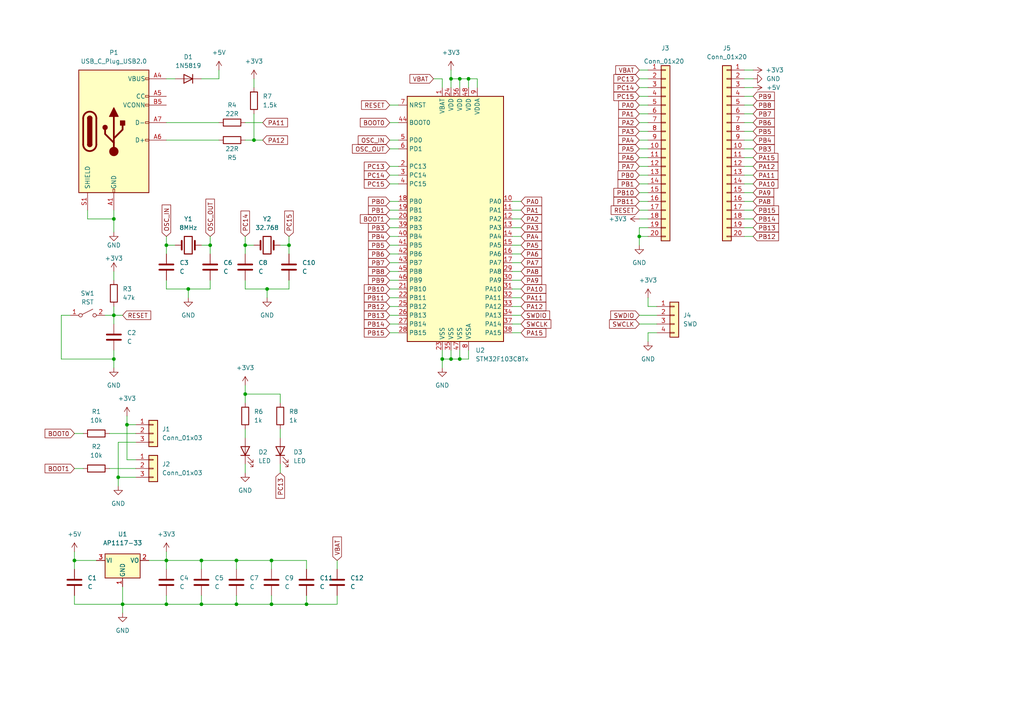
<source format=kicad_sch>
(kicad_sch (version 20211123) (generator eeschema)
  (paper "A4")
  (lib_symbols
    (symbol "Connector:USB_C_Plug_USB2.0" (pin_names (offset 1.016))
      (property "Reference" "P" (at -10.16 19.05 0))
      (property "Value" "USB_C_Plug_USB2.0" (at 12.7 19.05 0))
      (symbol "USB_C_Plug_USB2.0_0_0"
        (rectangle (start -0.254 -17.78) (end 0.254 -16.764))
        (rectangle (start 10.16 -2.286) (end 9.144 -2.794))
        (rectangle (start 10.16 2.794) (end 9.144 2.286))
        (rectangle (start 10.16 7.874) (end 9.144 7.366))
        (rectangle (start 10.16 10.414) (end 9.144 9.906))
        (rectangle (start 10.16 15.494) (end 9.144 14.986))
      )
      (symbol "USB_C_Plug_USB2.0_0_1"
        (rectangle (start -10.16 17.78) (end 10.16 -17.78) (stroke (width 0.254)) (fill (type background)))
        (arc (start -8.89 -3.81) (mid -6.985 -5.715) (end -5.08 -3.81) (stroke (width 0.508)))
        (arc (start -7.62 -3.81) (mid -6.985 -4.445) (end -6.35 -3.81) (stroke (width 0.254)))
        (arc (start -7.62 -3.81) (mid -6.985 -4.445) (end -6.35 -3.81) (stroke (width 0.254)) (fill (type outline)))
        (rectangle (start -7.62 -3.81) (end -6.35 3.81) (stroke (width 0.254)) (fill (type outline)))
        (arc (start -6.35 3.81) (mid -6.985 4.445) (end -7.62 3.81) (stroke (width 0.254)))
        (arc (start -6.35 3.81) (mid -6.985 4.445) (end -7.62 3.81) (stroke (width 0.254)) (fill (type outline)))
        (arc (start -5.08 3.81) (mid -6.985 5.715) (end -8.89 3.81) (stroke (width 0.508)))
        (circle (center -2.54 1.143) (radius 0.635) (stroke (width 0.254)) (fill (type outline)))
        (circle (center 0 -5.842) (radius 1.27) (fill (type outline)))
        (polyline (pts (xy -8.89 -3.81) (xy -8.89 3.81)) (stroke (width 0.508)))
        (polyline (pts (xy -5.08 3.81) (xy -5.08 -3.81)) (stroke (width 0.508)))
        (polyline (pts (xy 0 -5.842) (xy 0 4.318)) (stroke (width 0.508)))
        (polyline (pts (xy 0 -3.302) (xy -2.54 -0.762) (xy -2.54 0.508)) (stroke (width 0.508)))
        (polyline (pts (xy 0 -2.032) (xy 2.54 0.508) (xy 2.54 1.778)) (stroke (width 0.508)))
        (polyline (pts (xy -1.27 4.318) (xy 0 6.858) (xy 1.27 4.318) (xy -1.27 4.318)) (stroke (width 0.254)) (fill (type outline)))
        (rectangle (start 1.905 1.778) (end 3.175 3.048) (stroke (width 0.254)) (fill (type outline)))
      )
      (symbol "USB_C_Plug_USB2.0_1_1"
        (pin passive line (at 0 -22.86 90) (length 5.08) (name "GND") (number "A1"))
        (pin passive line (at 0 -22.86 90) (length 5.08) hide (name "GND") (number "A12"))
        (pin passive line (at 15.24 15.24 180) (length 5.08) (name "VBUS") (number "A4"))
        (pin bidirectional line (at 15.24 10.16 180) (length 5.08) (name "CC") (number "A5"))
        (pin bidirectional line (at 15.24 -2.54 180) (length 5.08) (name "D+") (number "A6"))
        (pin bidirectional line (at 15.24 2.54 180) (length 5.08) (name "D-") (number "A7"))
        (pin passive line (at 15.24 15.24 180) (length 5.08) hide (name "VBUS") (number "A9"))
        (pin passive line (at 0 -22.86 90) (length 5.08) hide (name "GND") (number "B1"))
        (pin passive line (at 0 -22.86 90) (length 5.08) hide (name "GND") (number "B12"))
        (pin passive line (at 15.24 15.24 180) (length 5.08) hide (name "VBUS") (number "B4"))
        (pin bidirectional line (at 15.24 7.62 180) (length 5.08) (name "VCONN") (number "B5"))
        (pin passive line (at 15.24 15.24 180) (length 5.08) hide (name "VBUS") (number "B9"))
        (pin passive line (at -7.62 -22.86 90) (length 5.08) (name "SHIELD") (number "S1"))
      )
    )
    (symbol "Connector_Generic:Conn_01x03" (pin_names (offset 1.016) hide)
      (property "Reference" "J" (at 0 5.08 0))
      (property "Value" "Conn_01x03" (at 0 -5.08 0))
      (symbol "Conn_01x03_1_1"
        (rectangle (start -1.27 -2.413) (end 0 -2.667) (stroke (width 0.1524)))
        (rectangle (start -1.27 0.127) (end 0 -0.127) (stroke (width 0.1524)))
        (rectangle (start -1.27 2.667) (end 0 2.413) (stroke (width 0.1524)))
        (rectangle (start -1.27 3.81) (end 1.27 -3.81) (stroke (width 0.254)) (fill (type background)))
        (pin passive line (at -5.08 2.54 0) (length 3.81) (name "Pin_1") (number "1"))
        (pin passive line (at -5.08 0 0) (length 3.81) (name "Pin_2") (number "2"))
        (pin passive line (at -5.08 -2.54 0) (length 3.81) (name "Pin_3") (number "3"))
      )
    )
    (symbol "Connector_Generic:Conn_01x04" (pin_names (offset 1.016) hide)
      (property "Reference" "J" (at 0 5.08 0))
      (property "Value" "Conn_01x04" (at 0 -7.62 0))
      (symbol "Conn_01x04_1_1"
        (rectangle (start -1.27 -4.953) (end 0 -5.207) (stroke (width 0.1524)))
        (rectangle (start -1.27 -2.413) (end 0 -2.667) (stroke (width 0.1524)))
        (rectangle (start -1.27 0.127) (end 0 -0.127) (stroke (width 0.1524)))
        (rectangle (start -1.27 2.667) (end 0 2.413) (stroke (width 0.1524)))
        (rectangle (start -1.27 3.81) (end 1.27 -6.35) (stroke (width 0.254)) (fill (type background)))
        (pin passive line (at -5.08 2.54 0) (length 3.81) (name "Pin_1") (number "1"))
        (pin passive line (at -5.08 0 0) (length 3.81) (name "Pin_2") (number "2"))
        (pin passive line (at -5.08 -2.54 0) (length 3.81) (name "Pin_3") (number "3"))
        (pin passive line (at -5.08 -5.08 0) (length 3.81) (name "Pin_4") (number "4"))
      )
    )
    (symbol "Connector_Generic:Conn_01x20" (pin_names (offset 1.016) hide)
      (property "Reference" "J" (at 0 25.4 0))
      (property "Value" "Conn_01x20" (at 0 -27.94 0))
      (symbol "Conn_01x20_1_1"
        (rectangle (start -1.27 -25.273) (end 0 -25.527) (stroke (width 0.1524)))
        (rectangle (start -1.27 -22.733) (end 0 -22.987) (stroke (width 0.1524)))
        (rectangle (start -1.27 -20.193) (end 0 -20.447) (stroke (width 0.1524)))
        (rectangle (start -1.27 -17.653) (end 0 -17.907) (stroke (width 0.1524)))
        (rectangle (start -1.27 -15.113) (end 0 -15.367) (stroke (width 0.1524)))
        (rectangle (start -1.27 -12.573) (end 0 -12.827) (stroke (width 0.1524)))
        (rectangle (start -1.27 -10.033) (end 0 -10.287) (stroke (width 0.1524)))
        (rectangle (start -1.27 -7.493) (end 0 -7.747) (stroke (width 0.1524)))
        (rectangle (start -1.27 -4.953) (end 0 -5.207) (stroke (width 0.1524)))
        (rectangle (start -1.27 -2.413) (end 0 -2.667) (stroke (width 0.1524)))
        (rectangle (start -1.27 0.127) (end 0 -0.127) (stroke (width 0.1524)))
        (rectangle (start -1.27 2.667) (end 0 2.413) (stroke (width 0.1524)))
        (rectangle (start -1.27 5.207) (end 0 4.953) (stroke (width 0.1524)))
        (rectangle (start -1.27 7.747) (end 0 7.493) (stroke (width 0.1524)))
        (rectangle (start -1.27 10.287) (end 0 10.033) (stroke (width 0.1524)))
        (rectangle (start -1.27 12.827) (end 0 12.573) (stroke (width 0.1524)))
        (rectangle (start -1.27 15.367) (end 0 15.113) (stroke (width 0.1524)))
        (rectangle (start -1.27 17.907) (end 0 17.653) (stroke (width 0.1524)))
        (rectangle (start -1.27 20.447) (end 0 20.193) (stroke (width 0.1524)))
        (rectangle (start -1.27 22.987) (end 0 22.733) (stroke (width 0.1524)))
        (rectangle (start -1.27 24.13) (end 1.27 -26.67) (stroke (width 0.254)) (fill (type background)))
        (pin passive line (at -5.08 22.86 0) (length 3.81) (name "Pin_1") (number "1"))
        (pin passive line (at -5.08 0 0) (length 3.81) (name "Pin_10") (number "10"))
        (pin passive line (at -5.08 -2.54 0) (length 3.81) (name "Pin_11") (number "11"))
        (pin passive line (at -5.08 -5.08 0) (length 3.81) (name "Pin_12") (number "12"))
        (pin passive line (at -5.08 -7.62 0) (length 3.81) (name "Pin_13") (number "13"))
        (pin passive line (at -5.08 -10.16 0) (length 3.81) (name "Pin_14") (number "14"))
        (pin passive line (at -5.08 -12.7 0) (length 3.81) (name "Pin_15") (number "15"))
        (pin passive line (at -5.08 -15.24 0) (length 3.81) (name "Pin_16") (number "16"))
        (pin passive line (at -5.08 -17.78 0) (length 3.81) (name "Pin_17") (number "17"))
        (pin passive line (at -5.08 -20.32 0) (length 3.81) (name "Pin_18") (number "18"))
        (pin passive line (at -5.08 -22.86 0) (length 3.81) (name "Pin_19") (number "19"))
        (pin passive line (at -5.08 20.32 0) (length 3.81) (name "Pin_2") (number "2"))
        (pin passive line (at -5.08 -25.4 0) (length 3.81) (name "Pin_20") (number "20"))
        (pin passive line (at -5.08 17.78 0) (length 3.81) (name "Pin_3") (number "3"))
        (pin passive line (at -5.08 15.24 0) (length 3.81) (name "Pin_4") (number "4"))
        (pin passive line (at -5.08 12.7 0) (length 3.81) (name "Pin_5") (number "5"))
        (pin passive line (at -5.08 10.16 0) (length 3.81) (name "Pin_6") (number "6"))
        (pin passive line (at -5.08 7.62 0) (length 3.81) (name "Pin_7") (number "7"))
        (pin passive line (at -5.08 5.08 0) (length 3.81) (name "Pin_8") (number "8"))
        (pin passive line (at -5.08 2.54 0) (length 3.81) (name "Pin_9") (number "9"))
      )
    )
    (symbol "Device:C" (pin_numbers hide) (pin_names (offset 0.254))
      (property "Reference" "C" (at 0.635 2.54 0))
      (property "Value" "C" (at 0.635 -2.54 0))
      (symbol "C_0_1"
        (polyline (pts (xy -2.032 -0.762) (xy 2.032 -0.762)) (stroke (width 0.508)))
        (polyline (pts (xy -2.032 0.762) (xy 2.032 0.762)) (stroke (width 0.508)))
      )
      (symbol "C_1_1"
        (pin passive line (at 0 3.81 270) (length 2.794) (name "~") (number "1"))
        (pin passive line (at 0 -3.81 90) (length 2.794) (name "~") (number "2"))
      )
    )
    (symbol "Device:Crystal" (pin_numbers hide) (pin_names (offset 1.016) hide)
      (property "Reference" "Y" (at 0 3.81 0))
      (property "Value" "Crystal" (at 0 -3.81 0))
      (symbol "Crystal_0_1"
        (rectangle (start -1.143 2.54) (end 1.143 -2.54) (stroke (width 0.3048)))
        (polyline (pts (xy -2.54 0) (xy -1.905 0)))
        (polyline (pts (xy -1.905 -1.27) (xy -1.905 1.27)) (stroke (width 0.508)))
        (polyline (pts (xy 1.905 -1.27) (xy 1.905 1.27)) (stroke (width 0.508)))
        (polyline (pts (xy 2.54 0) (xy 1.905 0)))
      )
      (symbol "Crystal_1_1"
        (pin passive line (at -3.81 0 0) (length 1.27) (name "1") (number "1"))
        (pin passive line (at 3.81 0 180) (length 1.27) (name "2") (number "2"))
      )
    )
    (symbol "Device:D" (pin_numbers hide) (pin_names (offset 1.016) hide)
      (property "Reference" "D" (at 0 2.54 0))
      (property "Value" "D" (at 0 -2.54 0))
      (symbol "D_0_1"
        (polyline (pts (xy -1.27 1.27) (xy -1.27 -1.27)) (stroke (width 0.254)))
        (polyline (pts (xy 1.27 0) (xy -1.27 0)))
        (polyline (pts (xy 1.27 1.27) (xy 1.27 -1.27) (xy -1.27 0) (xy 1.27 1.27)) (stroke (width 0.254)))
      )
      (symbol "D_1_1"
        (pin passive line (at -3.81 0 0) (length 2.54) (name "K") (number "1"))
        (pin passive line (at 3.81 0 180) (length 2.54) (name "A") (number "2"))
      )
    )
    (symbol "Device:LED" (pin_numbers hide) (pin_names (offset 1.016) hide)
      (property "Reference" "D" (at 0 2.54 0))
      (property "Value" "LED" (at 0 -2.54 0))
      (symbol "LED_0_1"
        (polyline (pts (xy -1.27 -1.27) (xy -1.27 1.27)) (stroke (width 0.254)))
        (polyline (pts (xy -1.27 0) (xy 1.27 0)))
        (polyline (pts (xy 1.27 -1.27) (xy 1.27 1.27) (xy -1.27 0) (xy 1.27 -1.27)) (stroke (width 0.254)))
        (polyline (pts (xy -3.048 -0.762) (xy -4.572 -2.286) (xy -3.81 -2.286) (xy -4.572 -2.286) (xy -4.572 -1.524)))
        (polyline (pts (xy -1.778 -0.762) (xy -3.302 -2.286) (xy -2.54 -2.286) (xy -3.302 -2.286) (xy -3.302 -1.524)))
      )
      (symbol "LED_1_1"
        (pin passive line (at -3.81 0 0) (length 2.54) (name "K") (number "1"))
        (pin passive line (at 3.81 0 180) (length 2.54) (name "A") (number "2"))
      )
    )
    (symbol "Device:R" (pin_numbers hide) (pin_names (offset 0))
      (property "Reference" "R" (at 2.032 0 90))
      (property "Value" "R" (at 0 0 90))
      (symbol "R_0_1"
        (rectangle (start -1.016 -2.54) (end 1.016 2.54) (stroke (width 0.254)))
      )
      (symbol "R_1_1"
        (pin passive line (at 0 3.81 270) (length 1.27) (name "~") (number "1"))
        (pin passive line (at 0 -3.81 90) (length 1.27) (name "~") (number "2"))
      )
    )
    (symbol "MCU_ST_STM32F1:STM32F103C8Tx"
      (property "Reference" "U" (at -15.24 36.83 0))
      (property "Value" "STM32F103C8Tx" (at 7.62 36.83 0))
      (symbol "STM32F103C8Tx_0_1"
        (rectangle (start -15.24 -35.56) (end 12.7 35.56) (stroke (width 0.254)) (fill (type background)))
      )
      (symbol "STM32F103C8Tx_1_1"
        (pin power_in line (at -5.08 38.1 270) (length 2.54) (name "VBAT") (number "1"))
        (pin bidirectional line (at 15.24 5.08 180) (length 2.54) (name "PA0") (number "10"))
        (pin bidirectional line (at 15.24 2.54 180) (length 2.54) (name "PA1") (number "11"))
        (pin bidirectional line (at 15.24 0 180) (length 2.54) (name "PA2") (number "12"))
        (pin bidirectional line (at 15.24 -2.54 180) (length 2.54) (name "PA3") (number "13"))
        (pin bidirectional line (at 15.24 -5.08 180) (length 2.54) (name "PA4") (number "14"))
        (pin bidirectional line (at 15.24 -7.62 180) (length 2.54) (name "PA5") (number "15"))
        (pin bidirectional line (at 15.24 -10.16 180) (length 2.54) (name "PA6") (number "16"))
        (pin bidirectional line (at 15.24 -12.7 180) (length 2.54) (name "PA7") (number "17"))
        (pin bidirectional line (at -17.78 5.08 0) (length 2.54) (name "PB0") (number "18"))
        (pin bidirectional line (at -17.78 2.54 0) (length 2.54) (name "PB1") (number "19"))
        (pin bidirectional line (at -17.78 15.24 0) (length 2.54) (name "PC13") (number "2"))
        (pin bidirectional line (at -17.78 0 0) (length 2.54) (name "PB2") (number "20"))
        (pin bidirectional line (at -17.78 -20.32 0) (length 2.54) (name "PB10") (number "21"))
        (pin bidirectional line (at -17.78 -22.86 0) (length 2.54) (name "PB11") (number "22"))
        (pin power_in line (at -5.08 -38.1 90) (length 2.54) (name "VSS") (number "23"))
        (pin power_in line (at -2.54 38.1 270) (length 2.54) (name "VDD") (number "24"))
        (pin bidirectional line (at -17.78 -25.4 0) (length 2.54) (name "PB12") (number "25"))
        (pin bidirectional line (at -17.78 -27.94 0) (length 2.54) (name "PB13") (number "26"))
        (pin bidirectional line (at -17.78 -30.48 0) (length 2.54) (name "PB14") (number "27"))
        (pin bidirectional line (at -17.78 -33.02 0) (length 2.54) (name "PB15") (number "28"))
        (pin bidirectional line (at 15.24 -15.24 180) (length 2.54) (name "PA8") (number "29"))
        (pin bidirectional line (at -17.78 12.7 0) (length 2.54) (name "PC14") (number "3"))
        (pin bidirectional line (at 15.24 -17.78 180) (length 2.54) (name "PA9") (number "30"))
        (pin bidirectional line (at 15.24 -20.32 180) (length 2.54) (name "PA10") (number "31"))
        (pin bidirectional line (at 15.24 -22.86 180) (length 2.54) (name "PA11") (number "32"))
        (pin bidirectional line (at 15.24 -25.4 180) (length 2.54) (name "PA12") (number "33"))
        (pin bidirectional line (at 15.24 -27.94 180) (length 2.54) (name "PA13") (number "34"))
        (pin power_in line (at -2.54 -38.1 90) (length 2.54) (name "VSS") (number "35"))
        (pin power_in line (at 0 38.1 270) (length 2.54) (name "VDD") (number "36"))
        (pin bidirectional line (at 15.24 -30.48 180) (length 2.54) (name "PA14") (number "37"))
        (pin bidirectional line (at 15.24 -33.02 180) (length 2.54) (name "PA15") (number "38"))
        (pin bidirectional line (at -17.78 -2.54 0) (length 2.54) (name "PB3") (number "39"))
        (pin bidirectional line (at -17.78 10.16 0) (length 2.54) (name "PC15") (number "4"))
        (pin bidirectional line (at -17.78 -5.08 0) (length 2.54) (name "PB4") (number "40"))
        (pin bidirectional line (at -17.78 -7.62 0) (length 2.54) (name "PB5") (number "41"))
        (pin bidirectional line (at -17.78 -10.16 0) (length 2.54) (name "PB6") (number "42"))
        (pin bidirectional line (at -17.78 -12.7 0) (length 2.54) (name "PB7") (number "43"))
        (pin input line (at -17.78 27.94 0) (length 2.54) (name "BOOT0") (number "44"))
        (pin bidirectional line (at -17.78 -15.24 0) (length 2.54) (name "PB8") (number "45"))
        (pin bidirectional line (at -17.78 -17.78 0) (length 2.54) (name "PB9") (number "46"))
        (pin power_in line (at 0 -38.1 90) (length 2.54) (name "VSS") (number "47"))
        (pin power_in line (at 2.54 38.1 270) (length 2.54) (name "VDD") (number "48"))
        (pin input line (at -17.78 22.86 0) (length 2.54) (name "PD0") (number "5"))
        (pin input line (at -17.78 20.32 0) (length 2.54) (name "PD1") (number "6"))
        (pin input line (at -17.78 33.02 0) (length 2.54) (name "NRST") (number "7"))
        (pin power_in line (at 2.54 -38.1 90) (length 2.54) (name "VSSA") (number "8"))
        (pin power_in line (at 5.08 38.1 270) (length 2.54) (name "VDDA") (number "9"))
      )
    )
    (symbol "Regulator_Linear:AP1117-33" (pin_names (offset 0.254))
      (property "Reference" "U" (at -3.81 3.175 0))
      (property "Value" "AP1117-33" (at 0 3.175 0))
      (symbol "AP1117-33_0_1"
        (rectangle (start -5.08 -5.08) (end 5.08 1.905) (stroke (width 0.254)) (fill (type background)))
      )
      (symbol "AP1117-33_1_1"
        (pin power_in line (at 0 -7.62 90) (length 2.54) (name "GND") (number "1"))
        (pin power_out line (at 7.62 0 180) (length 2.54) (name "VO") (number "2"))
        (pin power_in line (at -7.62 0 0) (length 2.54) (name "VI") (number "3"))
      )
    )
    (symbol "Switch:SW_SPST" (pin_names (offset 0) hide)
      (property "Reference" "SW" (at 0 3.175 0))
      (property "Value" "SW_SPST" (at 0 -2.54 0))
      (symbol "SW_SPST_0_0"
        (circle (center -2.032 0) (radius 0.508))
        (polyline (pts (xy -1.524 0.254) (xy 1.524 1.778)))
        (circle (center 2.032 0) (radius 0.508))
      )
      (symbol "SW_SPST_1_1"
        (pin passive line (at -5.08 0 0) (length 2.54) (name "A") (number "1"))
        (pin passive line (at 5.08 0 180) (length 2.54) (name "B") (number "2"))
      )
    )
    (symbol "power:+3V3" (power) (pin_names (offset 0))
      (property "Value" "+3V3" (at 0 3.556 0))
      (symbol "+3V3_0_1"
        (polyline (pts (xy -0.762 1.27) (xy 0 2.54)))
        (polyline (pts (xy 0 0) (xy 0 2.54)))
        (polyline (pts (xy 0 2.54) (xy 0.762 1.27)))
      )
      (symbol "+3V3_1_1"
        (pin power_in line (at 0 0 90) (length 0) hide (name "+3V3") (number "1"))
      )
    )
    (symbol "power:+5V" (power) (pin_names (offset 0))
      (property "Value" "+5V" (at 0 3.556 0))
      (symbol "+5V_0_1"
        (polyline (pts (xy -0.762 1.27) (xy 0 2.54)))
        (polyline (pts (xy 0 0) (xy 0 2.54)))
        (polyline (pts (xy 0 2.54) (xy 0.762 1.27)))
      )
      (symbol "+5V_1_1"
        (pin power_in line (at 0 0 90) (length 0) hide (name "+5V") (number "1"))
      )
    )
    (symbol "power:GND" (power) (pin_names (offset 0))
      (property "Value" "GND" (at 0 -3.81 0))
      (symbol "GND_0_1"
        (polyline (pts (xy 0 0) (xy 0 -1.27) (xy 1.27 -1.27) (xy 0 -2.54) (xy -1.27 -1.27) (xy 0 -1.27)))
      )
      (symbol "GND_1_1"
        (pin power_in line (at 0 0 270) (length 0) hide (name "GND") (number "1"))
      )
    )
  )
  (junction (at 33.02 104.14))
  (junction (at 54.61 83.82))
  (junction (at 83.82 71.12))
  (junction (at 48.26 71.12))
  (junction (at 34.29 138.43))
  (junction (at 130.81 22.86))
  (junction (at 58.42 162.56))
  (junction (at 48.26 175.26))
  (junction (at 36.83 123.19))
  (junction (at 78.74 162.56))
  (junction (at 58.42 175.26))
  (junction (at 60.96 71.12))
  (junction (at 71.12 114.3))
  (junction (at 68.58 162.56))
  (junction (at 21.59 162.56))
  (junction (at 35.56 175.26))
  (junction (at 88.9 175.26))
  (junction (at 71.12 71.12))
  (junction (at 73.66 40.64))
  (junction (at 133.35 104.14))
  (junction (at 33.02 91.44))
  (junction (at 135.89 22.86))
  (junction (at 33.02 63.5))
  (junction (at 130.81 104.14))
  (junction (at 128.27 104.14))
  (junction (at 185.42 68.58))
  (junction (at 78.74 175.26))
  (junction (at 133.35 22.86))
  (junction (at 68.58 175.26))
  (junction (at 48.26 162.56))
  (junction (at 77.47 83.82))
  (wire (pts (xy 71.12 111.76) (xy 71.12 114.3)))
  (wire (pts (xy 58.42 22.86) (xy 63.5 22.86)))
  (wire (pts (xy 81.28 114.3) (xy 81.28 116.84)))
  (wire (pts (xy 25.4 60.96) (xy 25.4 63.5)))
  (wire (pts (xy 113.03 53.34) (xy 115.57 53.34)))
  (wire (pts (xy 81.28 124.46) (xy 81.28 127)))
  (wire (pts (xy 185.42 43.18) (xy 187.96 43.18)))
  (wire (pts (xy 185.42 20.32) (xy 187.96 20.32)))
  (wire (pts (xy 71.12 83.82) (xy 77.47 83.82)))
  (wire (pts (xy 88.9 172.72) (xy 88.9 175.26)))
  (wire (pts (xy 185.42 60.96) (xy 187.96 60.96)))
  (wire (pts (xy 83.82 68.58) (xy 83.82 71.12)))
  (wire (pts (xy 97.79 165.1) (xy 97.79 162.56)))
  (wire (pts (xy 128.27 104.14) (xy 128.27 106.68)))
  (wire (pts (xy 88.9 175.26) (xy 97.79 175.26)))
  (wire (pts (xy 185.42 50.8) (xy 187.96 50.8)))
  (wire (pts (xy 60.96 68.58) (xy 60.96 71.12)))
  (wire (pts (xy 148.59 66.04) (xy 151.13 66.04)))
  (wire (pts (xy 35.56 175.26) (xy 35.56 177.8)))
  (wire (pts (xy 33.02 78.74) (xy 33.02 81.28)))
  (wire (pts (xy 128.27 101.6) (xy 128.27 104.14)))
  (wire (pts (xy 185.42 58.42) (xy 187.96 58.42)))
  (wire (pts (xy 148.59 91.44) (xy 151.13 91.44)))
  (wire (pts (xy 21.59 172.72) (xy 21.59 175.26)))
  (wire (pts (xy 215.9 35.56) (xy 218.44 35.56)))
  (wire (pts (xy 81.28 71.12) (xy 83.82 71.12)))
  (wire (pts (xy 71.12 124.46) (xy 71.12 127)))
  (wire (pts (xy 63.5 22.86) (xy 63.5 20.32)))
  (wire (pts (xy 130.81 101.6) (xy 130.81 104.14)))
  (wire (pts (xy 48.26 22.86) (xy 50.8 22.86)))
  (wire (pts (xy 68.58 175.26) (xy 78.74 175.26)))
  (wire (pts (xy 133.35 22.86) (xy 133.35 25.4)))
  (wire (pts (xy 54.61 83.82) (xy 54.61 86.36)))
  (wire (pts (xy 83.82 83.82) (xy 83.82 81.28)))
  (wire (pts (xy 215.9 45.72) (xy 218.44 45.72)))
  (wire (pts (xy 48.26 68.58) (xy 48.26 71.12)))
  (wire (pts (xy 88.9 162.56) (xy 78.74 162.56)))
  (wire (pts (xy 128.27 22.86) (xy 125.73 22.86)))
  (wire (pts (xy 78.74 162.56) (xy 68.58 162.56)))
  (wire (pts (xy 215.9 25.4) (xy 218.44 25.4)))
  (wire (pts (xy 185.42 55.88) (xy 187.96 55.88)))
  (wire (pts (xy 36.83 133.35) (xy 36.83 123.19)))
  (wire (pts (xy 73.66 40.64) (xy 73.66 33.02)))
  (wire (pts (xy 113.03 30.48) (xy 115.57 30.48)))
  (wire (pts (xy 113.03 58.42) (xy 115.57 58.42)))
  (wire (pts (xy 33.02 63.5) (xy 33.02 67.31)))
  (wire (pts (xy 185.42 91.44) (xy 190.5 91.44)))
  (wire (pts (xy 185.42 93.98) (xy 190.5 93.98)))
  (wire (pts (xy 215.9 30.48) (xy 218.44 30.48)))
  (wire (pts (xy 215.9 58.42) (xy 218.44 58.42)))
  (wire (pts (xy 33.02 104.14) (xy 33.02 106.68)))
  (wire (pts (xy 48.26 175.26) (xy 48.26 172.72)))
  (wire (pts (xy 215.9 22.86) (xy 218.44 22.86)))
  (wire (pts (xy 130.81 22.86) (xy 130.81 25.4)))
  (wire (pts (xy 133.35 22.86) (xy 135.89 22.86)))
  (wire (pts (xy 215.9 38.1) (xy 218.44 38.1)))
  (wire (pts (xy 148.59 83.82) (xy 151.13 83.82)))
  (wire (pts (xy 68.58 162.56) (xy 58.42 162.56)))
  (wire (pts (xy 187.96 96.52) (xy 187.96 99.06)))
  (wire (pts (xy 113.03 96.52) (xy 115.57 96.52)))
  (wire (pts (xy 113.03 40.64) (xy 115.57 40.64)))
  (wire (pts (xy 215.9 60.96) (xy 218.44 60.96)))
  (wire (pts (xy 39.37 133.35) (xy 36.83 133.35)))
  (wire (pts (xy 130.81 104.14) (xy 133.35 104.14)))
  (wire (pts (xy 185.42 27.94) (xy 187.96 27.94)))
  (wire (pts (xy 185.42 68.58) (xy 185.42 71.12)))
  (wire (pts (xy 30.48 91.44) (xy 33.02 91.44)))
  (wire (pts (xy 185.42 33.02) (xy 187.96 33.02)))
  (wire (pts (xy 88.9 162.56) (xy 88.9 165.1)))
  (wire (pts (xy 113.03 71.12) (xy 115.57 71.12)))
  (wire (pts (xy 58.42 162.56) (xy 48.26 162.56)))
  (wire (pts (xy 185.42 30.48) (xy 187.96 30.48)))
  (wire (pts (xy 48.26 162.56) (xy 48.26 165.1)))
  (wire (pts (xy 135.89 22.86) (xy 135.89 25.4)))
  (wire (pts (xy 215.9 55.88) (xy 218.44 55.88)))
  (wire (pts (xy 71.12 134.62) (xy 71.12 137.16)))
  (wire (pts (xy 148.59 88.9) (xy 151.13 88.9)))
  (wire (pts (xy 25.4 63.5) (xy 33.02 63.5)))
  (wire (pts (xy 21.59 162.56) (xy 21.59 165.1)))
  (wire (pts (xy 58.42 172.72) (xy 58.42 175.26)))
  (wire (pts (xy 17.78 104.14) (xy 17.78 91.44)))
  (wire (pts (xy 71.12 71.12) (xy 73.66 71.12)))
  (wire (pts (xy 187.96 66.04) (xy 185.42 66.04)))
  (wire (pts (xy 215.9 27.94) (xy 218.44 27.94)))
  (wire (pts (xy 35.56 175.26) (xy 48.26 175.26)))
  (wire (pts (xy 36.83 123.19) (xy 36.83 120.65)))
  (wire (pts (xy 113.03 60.96) (xy 115.57 60.96)))
  (wire (pts (xy 97.79 175.26) (xy 97.79 172.72)))
  (wire (pts (xy 215.9 66.04) (xy 218.44 66.04)))
  (wire (pts (xy 73.66 22.86) (xy 73.66 25.4)))
  (wire (pts (xy 35.56 170.18) (xy 35.56 175.26)))
  (wire (pts (xy 33.02 104.14) (xy 17.78 104.14)))
  (wire (pts (xy 215.9 20.32) (xy 218.44 20.32)))
  (wire (pts (xy 215.9 68.58) (xy 218.44 68.58)))
  (wire (pts (xy 21.59 135.89) (xy 24.13 135.89)))
  (wire (pts (xy 185.42 66.04) (xy 185.42 68.58)))
  (wire (pts (xy 148.59 81.28) (xy 151.13 81.28)))
  (wire (pts (xy 185.42 25.4) (xy 187.96 25.4)))
  (wire (pts (xy 60.96 83.82) (xy 60.96 81.28)))
  (wire (pts (xy 190.5 96.52) (xy 187.96 96.52)))
  (wire (pts (xy 31.75 135.89) (xy 39.37 135.89)))
  (wire (pts (xy 33.02 101.6) (xy 33.02 104.14)))
  (wire (pts (xy 73.66 40.64) (xy 76.2 40.64)))
  (wire (pts (xy 54.61 83.82) (xy 60.96 83.82)))
  (wire (pts (xy 113.03 35.56) (xy 115.57 35.56)))
  (wire (pts (xy 215.9 53.34) (xy 218.44 53.34)))
  (wire (pts (xy 128.27 104.14) (xy 130.81 104.14)))
  (wire (pts (xy 148.59 96.52) (xy 151.13 96.52)))
  (wire (pts (xy 113.03 78.74) (xy 115.57 78.74)))
  (wire (pts (xy 113.03 66.04) (xy 115.57 66.04)))
  (wire (pts (xy 48.26 160.02) (xy 48.26 162.56)))
  (wire (pts (xy 34.29 128.27) (xy 39.37 128.27)))
  (wire (pts (xy 215.9 48.26) (xy 218.44 48.26)))
  (wire (pts (xy 27.94 162.56) (xy 21.59 162.56)))
  (wire (pts (xy 71.12 40.64) (xy 73.66 40.64)))
  (wire (pts (xy 133.35 101.6) (xy 133.35 104.14)))
  (wire (pts (xy 71.12 114.3) (xy 71.12 116.84)))
  (wire (pts (xy 148.59 60.96) (xy 151.13 60.96)))
  (wire (pts (xy 185.42 35.56) (xy 187.96 35.56)))
  (wire (pts (xy 185.42 40.64) (xy 187.96 40.64)))
  (wire (pts (xy 33.02 91.44) (xy 33.02 93.98)))
  (wire (pts (xy 48.26 35.56) (xy 63.5 35.56)))
  (wire (pts (xy 148.59 68.58) (xy 151.13 68.58)))
  (wire (pts (xy 113.03 63.5) (xy 115.57 63.5)))
  (wire (pts (xy 48.26 81.28) (xy 48.26 83.82)))
  (wire (pts (xy 215.9 33.02) (xy 218.44 33.02)))
  (wire (pts (xy 113.03 76.2) (xy 115.57 76.2)))
  (wire (pts (xy 71.12 35.56) (xy 76.2 35.56)))
  (wire (pts (xy 71.12 114.3) (xy 81.28 114.3)))
  (wire (pts (xy 34.29 140.97) (xy 34.29 138.43)))
  (wire (pts (xy 33.02 88.9) (xy 33.02 91.44)))
  (wire (pts (xy 31.75 125.73) (xy 39.37 125.73)))
  (wire (pts (xy 148.59 58.42) (xy 151.13 58.42)))
  (wire (pts (xy 68.58 172.72) (xy 68.58 175.26)))
  (wire (pts (xy 58.42 175.26) (xy 68.58 175.26)))
  (wire (pts (xy 113.03 88.9) (xy 115.57 88.9)))
  (wire (pts (xy 148.59 93.98) (xy 151.13 93.98)))
  (wire (pts (xy 113.03 68.58) (xy 115.57 68.58)))
  (wire (pts (xy 113.03 43.18) (xy 115.57 43.18)))
  (wire (pts (xy 78.74 162.56) (xy 78.74 165.1)))
  (wire (pts (xy 78.74 172.72) (xy 78.74 175.26)))
  (wire (pts (xy 58.42 162.56) (xy 58.42 165.1)))
  (wire (pts (xy 185.42 48.26) (xy 187.96 48.26)))
  (wire (pts (xy 48.26 71.12) (xy 50.8 71.12)))
  (wire (pts (xy 60.96 71.12) (xy 60.96 73.66)))
  (wire (pts (xy 21.59 160.02) (xy 21.59 162.56)))
  (wire (pts (xy 148.59 63.5) (xy 151.13 63.5)))
  (wire (pts (xy 48.26 40.64) (xy 63.5 40.64)))
  (wire (pts (xy 48.26 83.82) (xy 54.61 83.82)))
  (wire (pts (xy 81.28 134.62) (xy 81.28 137.16)))
  (wire (pts (xy 71.12 81.28) (xy 71.12 83.82)))
  (wire (pts (xy 185.42 38.1) (xy 187.96 38.1)))
  (wire (pts (xy 215.9 40.64) (xy 218.44 40.64)))
  (wire (pts (xy 113.03 81.28) (xy 115.57 81.28)))
  (wire (pts (xy 185.42 45.72) (xy 187.96 45.72)))
  (wire (pts (xy 39.37 123.19) (xy 36.83 123.19)))
  (wire (pts (xy 71.12 73.66) (xy 71.12 71.12)))
  (wire (pts (xy 133.35 104.14) (xy 135.89 104.14)))
  (wire (pts (xy 135.89 22.86) (xy 138.43 22.86)))
  (wire (pts (xy 113.03 91.44) (xy 115.57 91.44)))
  (wire (pts (xy 33.02 91.44) (xy 35.56 91.44)))
  (wire (pts (xy 135.89 104.14) (xy 135.89 101.6)))
  (wire (pts (xy 43.18 162.56) (xy 48.26 162.56)))
  (wire (pts (xy 215.9 63.5) (xy 218.44 63.5)))
  (wire (pts (xy 185.42 53.34) (xy 187.96 53.34)))
  (wire (pts (xy 83.82 71.12) (xy 83.82 73.66)))
  (wire (pts (xy 48.26 175.26) (xy 58.42 175.26)))
  (wire (pts (xy 71.12 68.58) (xy 71.12 71.12)))
  (wire (pts (xy 185.42 68.58) (xy 187.96 68.58)))
  (wire (pts (xy 113.03 48.26) (xy 115.57 48.26)))
  (wire (pts (xy 148.59 86.36) (xy 151.13 86.36)))
  (wire (pts (xy 130.81 20.32) (xy 130.81 22.86)))
  (wire (pts (xy 185.42 22.86) (xy 187.96 22.86)))
  (wire (pts (xy 190.5 88.9) (xy 187.96 88.9)))
  (wire (pts (xy 48.26 73.66) (xy 48.26 71.12)))
  (wire (pts (xy 185.42 63.5) (xy 187.96 63.5)))
  (wire (pts (xy 128.27 25.4) (xy 128.27 22.86)))
  (wire (pts (xy 33.02 60.96) (xy 33.02 63.5)))
  (wire (pts (xy 215.9 43.18) (xy 218.44 43.18)))
  (wire (pts (xy 148.59 71.12) (xy 151.13 71.12)))
  (wire (pts (xy 77.47 83.82) (xy 77.47 86.36)))
  (wire (pts (xy 78.74 175.26) (xy 88.9 175.26)))
  (wire (pts (xy 148.59 76.2) (xy 151.13 76.2)))
  (wire (pts (xy 21.59 175.26) (xy 35.56 175.26)))
  (wire (pts (xy 113.03 86.36) (xy 115.57 86.36)))
  (wire (pts (xy 138.43 22.86) (xy 138.43 25.4)))
  (wire (pts (xy 215.9 50.8) (xy 218.44 50.8)))
  (wire (pts (xy 113.03 50.8) (xy 115.57 50.8)))
  (wire (pts (xy 21.59 125.73) (xy 24.13 125.73)))
  (wire (pts (xy 58.42 71.12) (xy 60.96 71.12)))
  (wire (pts (xy 148.59 73.66) (xy 151.13 73.66)))
  (wire (pts (xy 113.03 73.66) (xy 115.57 73.66)))
  (wire (pts (xy 34.29 138.43) (xy 34.29 128.27)))
  (wire (pts (xy 148.59 78.74) (xy 151.13 78.74)))
  (wire (pts (xy 130.81 22.86) (xy 133.35 22.86)))
  (wire (pts (xy 34.29 138.43) (xy 39.37 138.43)))
  (wire (pts (xy 113.03 93.98) (xy 115.57 93.98)))
  (wire (pts (xy 68.58 162.56) (xy 68.58 165.1)))
  (wire (pts (xy 17.78 91.44) (xy 20.32 91.44)))
  (wire (pts (xy 113.03 83.82) (xy 115.57 83.82)))
  (wire (pts (xy 187.96 88.9) (xy 187.96 86.36)))
  (wire (pts (xy 77.47 83.82) (xy 83.82 83.82)))
  (global_label "PA1" (shape input) (at 151.13 60.96 0) (property "Обозначения листов" "${INTERSHEET_REFS}" (effects hide)))
  (global_label "VBAT" (shape input) (at 125.73 22.86 180) (property "Обозначения листов" "${INTERSHEET_REFS}" (effects hide)))
  (global_label "SWCLK" (shape input) (at 151.13 93.98 0) (property "Обозначения листов" "${INTERSHEET_REFS}" (effects hide)))
  (global_label "PA12" (shape input) (at 151.13 88.9 0) (property "Обозначения листов" "${INTERSHEET_REFS}" (effects hide)))
  (global_label "PB1" (shape input) (at 113.03 60.96 180) (property "Обозначения листов" "${INTERSHEET_REFS}" (effects hide)))
  (global_label "PC13" (shape input) (at 185.42 22.86 180) (property "Обозначения листов" "${INTERSHEET_REFS}" (effects hide)))
  (global_label "PB6" (shape input) (at 218.44 35.56 0) (property "Обозначения листов" "${INTERSHEET_REFS}" (effects hide)))
  (global_label "PB3" (shape input) (at 113.03 66.04 180) (property "Обозначения листов" "${INTERSHEET_REFS}" (effects hide)))
  (global_label "PB3" (shape input) (at 218.44 43.18 0) (property "Обозначения листов" "${INTERSHEET_REFS}" (effects hide)))
  (global_label "PB5" (shape input) (at 218.44 38.1 0) (property "Обозначения листов" "${INTERSHEET_REFS}" (effects hide)))
  (global_label "PC13" (shape input) (at 81.28 137.16 270) (property "Обозначения листов" "${INTERSHEET_REFS}" (effects hide)))
  (global_label "VBAT" (shape input) (at 97.79 162.56 90) (property "Обозначения листов" "${INTERSHEET_REFS}" (effects hide)))
  (global_label "PB4" (shape input) (at 218.44 40.64 0) (property "Обозначения листов" "${INTERSHEET_REFS}" (effects hide)))
  (global_label "OSC_OUT" (shape input) (at 60.96 68.58 90) (property "Обозначения листов" "${INTERSHEET_REFS}" (effects hide)))
  (global_label "PA12" (shape input) (at 218.44 48.26 0) (property "Обозначения листов" "${INTERSHEET_REFS}" (effects hide)))
  (global_label "SWDIO" (shape input) (at 151.13 91.44 0) (property "Обозначения листов" "${INTERSHEET_REFS}" (effects hide)))
  (global_label "RESET" (shape input) (at 113.03 30.48 180) (property "Обозначения листов" "${INTERSHEET_REFS}" (effects hide)))
  (global_label "RESET" (shape input) (at 35.56 91.44 0) (property "Обозначения листов" "${INTERSHEET_REFS}" (effects hide)))
  (global_label "PA1" (shape input) (at 185.42 33.02 180) (property "Обозначения листов" "${INTERSHEET_REFS}" (effects hide)))
  (global_label "PA11" (shape input) (at 151.13 86.36 0) (property "Обозначения листов" "${INTERSHEET_REFS}" (effects hide)))
  (global_label "PB15" (shape input) (at 113.03 96.52 180) (property "Обозначения листов" "${INTERSHEET_REFS}" (effects hide)))
  (global_label "PA15" (shape input) (at 218.44 45.72 0) (property "Обозначения листов" "${INTERSHEET_REFS}" (effects hide)))
  (global_label "PA3" (shape input) (at 151.13 66.04 0) (property "Обозначения листов" "${INTERSHEET_REFS}" (effects hide)))
  (global_label "PA5" (shape input) (at 151.13 71.12 0) (property "Обозначения листов" "${INTERSHEET_REFS}" (effects hide)))
  (global_label "PA4" (shape input) (at 151.13 68.58 0) (property "Обозначения листов" "${INTERSHEET_REFS}" (effects hide)))
  (global_label "PB1" (shape input) (at 185.42 53.34 180) (property "Обозначения листов" "${INTERSHEET_REFS}" (effects hide)))
  (global_label "PA3" (shape input) (at 185.42 38.1 180) (property "Обозначения листов" "${INTERSHEET_REFS}" (effects hide)))
  (global_label "PA9" (shape input) (at 151.13 81.28 0) (property "Обозначения листов" "${INTERSHEET_REFS}" (effects hide)))
  (global_label "PB12" (shape input) (at 113.03 88.9 180) (property "Обозначения листов" "${INTERSHEET_REFS}" (effects hide)))
  (global_label "PB0" (shape input) (at 185.42 50.8 180) (property "Обозначения листов" "${INTERSHEET_REFS}" (effects hide)))
  (global_label "PB10" (shape input) (at 185.42 55.88 180) (property "Обозначения листов" "${INTERSHEET_REFS}" (effects hide)))
  (global_label "PB14" (shape input) (at 218.44 63.5 0) (property "Обозначения листов" "${INTERSHEET_REFS}" (effects hide)))
  (global_label "PA6" (shape input) (at 185.42 45.72 180) (property "Обозначения листов" "${INTERSHEET_REFS}" (effects hide)))
  (global_label "PB9" (shape input) (at 113.03 81.28 180) (property "Обозначения листов" "${INTERSHEET_REFS}" (effects hide)))
  (global_label "PB13" (shape input) (at 113.03 91.44 180) (property "Обозначения листов" "${INTERSHEET_REFS}" (effects hide)))
  (global_label "PB8" (shape input) (at 113.03 78.74 180) (property "Обозначения листов" "${INTERSHEET_REFS}" (effects hide)))
  (global_label "PB8" (shape input) (at 218.44 30.48 0) (property "Обозначения листов" "${INTERSHEET_REFS}" (effects hide)))
  (global_label "PC14" (shape input) (at 185.42 25.4 180) (property "Обозначения листов" "${INTERSHEET_REFS}" (effects hide)))
  (global_label "PA11" (shape input) (at 218.44 50.8 0) (property "Обозначения листов" "${INTERSHEET_REFS}" (effects hide)))
  (global_label "PA4" (shape input) (at 185.42 40.64 180) (property "Обозначения листов" "${INTERSHEET_REFS}" (effects hide)))
  (global_label "PC14" (shape input) (at 71.12 68.58 90) (property "Обозначения листов" "${INTERSHEET_REFS}" (effects hide)))
  (global_label "PA12" (shape input) (at 76.2 40.64 0) (property "Обозначения листов" "${INTERSHEET_REFS}" (effects hide)))
  (global_label "PA5" (shape input) (at 185.42 43.18 180) (property "Обозначения листов" "${INTERSHEET_REFS}" (effects hide)))
  (global_label "PB7" (shape input) (at 218.44 33.02 0) (property "Обозначения листов" "${INTERSHEET_REFS}" (effects hide)))
  (global_label "BOOT0" (shape input) (at 21.59 125.73 180) (property "Обозначения листов" "${INTERSHEET_REFS}" (effects hide)))
  (global_label "PB12" (shape input) (at 218.44 68.58 0) (property "Обозначения листов" "${INTERSHEET_REFS}" (effects hide)))
  (global_label "PA6" (shape input) (at 151.13 73.66 0) (property "Обозначения листов" "${INTERSHEET_REFS}" (effects hide)))
  (global_label "PC15" (shape input) (at 113.03 53.34 180) (property "Обозначения листов" "${INTERSHEET_REFS}" (effects hide)))
  (global_label "OSC_OUT" (shape input) (at 113.03 43.18 180) (property "Обозначения листов" "${INTERSHEET_REFS}" (effects hide)))
  (global_label "PA2" (shape input) (at 185.42 35.56 180) (property "Обозначения листов" "${INTERSHEET_REFS}" (effects hide)))
  (global_label "PB15" (shape input) (at 218.44 60.96 0) (property "Обозначения листов" "${INTERSHEET_REFS}" (effects hide)))
  (global_label "PA10" (shape input) (at 151.13 83.82 0) (property "Обозначения листов" "${INTERSHEET_REFS}" (effects hide)))
  (global_label "PA10" (shape input) (at 218.44 53.34 0) (property "Обозначения листов" "${INTERSHEET_REFS}" (effects hide)))
  (global_label "PB0" (shape input) (at 113.03 58.42 180) (property "Обозначения листов" "${INTERSHEET_REFS}" (effects hide)))
  (global_label "VBAT" (shape input) (at 185.42 20.32 180) (property "Обозначения листов" "${INTERSHEET_REFS}" (effects hide)))
  (global_label "PB5" (shape input) (at 113.03 71.12 180) (property "Обозначения листов" "${INTERSHEET_REFS}" (effects hide)))
  (global_label "PB7" (shape input) (at 113.03 76.2 180) (property "Обозначения листов" "${INTERSHEET_REFS}" (effects hide)))
  (global_label "PA11" (shape input) (at 76.2 35.56 0) (property "Обозначения листов" "${INTERSHEET_REFS}" (effects hide)))
  (global_label "PA2" (shape input) (at 151.13 63.5 0) (property "Обозначения листов" "${INTERSHEET_REFS}" (effects hide)))
  (global_label "OSC_IN" (shape input) (at 48.26 68.58 90) (property "Обозначения листов" "${INTERSHEET_REFS}" (effects hide)))
  (global_label "PB9" (shape input) (at 218.44 27.94 0) (property "Обозначения листов" "${INTERSHEET_REFS}" (effects hide)))
  (global_label "PA0" (shape input) (at 185.42 30.48 180) (property "Обозначения листов" "${INTERSHEET_REFS}" (effects hide)))
  (global_label "BOOT0" (shape input) (at 113.03 35.56 180) (property "Обозначения листов" "${INTERSHEET_REFS}" (effects hide)))
  (global_label "PC14" (shape input) (at 113.03 50.8 180) (property "Обозначения листов" "${INTERSHEET_REFS}" (effects hide)))
  (global_label "PA9" (shape input) (at 218.44 55.88 0) (property "Обозначения листов" "${INTERSHEET_REFS}" (effects hide)))
  (global_label "PC15" (shape input) (at 185.42 27.94 180) (property "Обозначения листов" "${INTERSHEET_REFS}" (effects hide)))
  (global_label "PC13" (shape input) (at 113.03 48.26 180) (property "Обозначения листов" "${INTERSHEET_REFS}" (effects hide)))
  (global_label "BOOT1" (shape input) (at 113.03 63.5 180) (property "Обозначения листов" "${INTERSHEET_REFS}" (effects hide)))
  (global_label "PB11" (shape input) (at 113.03 86.36 180) (property "Обозначения листов" "${INTERSHEET_REFS}" (effects hide)))
  (global_label "PB14" (shape input) (at 113.03 93.98 180) (property "Обозначения листов" "${INTERSHEET_REFS}" (effects hide)))
  (global_label "OSC_IN" (shape input) (at 113.03 40.64 180) (property "Обозначения листов" "${INTERSHEET_REFS}" (effects hide)))
  (global_label "PB4" (shape input) (at 113.03 68.58 180) (property "Обозначения листов" "${INTERSHEET_REFS}" (effects hide)))
  (global_label "PB11" (shape input) (at 185.42 58.42 180) (property "Обозначения листов" "${INTERSHEET_REFS}" (effects hide)))
  (global_label "PB13" (shape input) (at 218.44 66.04 0) (property "Обозначения листов" "${INTERSHEET_REFS}" (effects hide)))
  (global_label "PC15" (shape input) (at 83.82 68.58 90) (property "Обозначения листов" "${INTERSHEET_REFS}" (effects hide)))
  (global_label "RESET" (shape input) (at 185.42 60.96 180) (property "Обозначения листов" "${INTERSHEET_REFS}" (effects hide)))
  (global_label "PA7" (shape input) (at 151.13 76.2 0) (property "Обозначения листов" "${INTERSHEET_REFS}" (effects hide)))
  (global_label "PA7" (shape input) (at 185.42 48.26 180) (property "Обозначения листов" "${INTERSHEET_REFS}" (effects hide)))
  (global_label "PA8" (shape input) (at 151.13 78.74 0) (property "Обозначения листов" "${INTERSHEET_REFS}" (effects hide)))
  (global_label "SWDIO" (shape input) (at 185.42 91.44 180) (property "Обозначения листов" "${INTERSHEET_REFS}" (effects hide)))
  (global_label "BOOT1" (shape input) (at 21.59 135.89 180) (property "Обозначения листов" "${INTERSHEET_REFS}" (effects hide)))
  (global_label "PA0" (shape input) (at 151.13 58.42 0) (property "Обозначения листов" "${INTERSHEET_REFS}" (effects hide)))
  (global_label "PA8" (shape input) (at 218.44 58.42 0) (property "Обозначения листов" "${INTERSHEET_REFS}" (effects hide)))
  (global_label "SWCLK" (shape input) (at 185.42 93.98 180) (property "Обозначения листов" "${INTERSHEET_REFS}" (effects hide)))
  (global_label "PB6" (shape input) (at 113.03 73.66 180) (property "Обозначения листов" "${INTERSHEET_REFS}" (effects hide)))
  (global_label "PB10" (shape input) (at 113.03 83.82 180) (property "Обозначения листов" "${INTERSHEET_REFS}" (effects hide)))
  (global_label "PA15" (shape input) (at 151.13 96.52 0) (property "Обозначения листов" "${INTERSHEET_REFS}" (effects hide)))
  (symbol (lib_id "Device:R") (at 73.66 29.21 180) (unit 1)
    (property "Reference" "R7" (at 76.2 27.9399 0) (effects (justify right)))
    (property "Value" "1,5k" (at 76.2 30.4799 0) (effects (justify right)))
    (property "Footprint" "spdf1626_lib:R_0603" (effects hide))
  )
  (symbol (lib_id "Device:C") (at 71.12 77.47 0) (unit 1)
    (property "Reference" "C8" (at 74.93 76.1999 0) (effects (justify left)))
    (property "Value" "C" (at 74.93 78.7399 0) (effects (justify left)))
    (property "Footprint" "spdf1626_lib:C_0603" (effects hide))
  )
  (symbol (lib_id "Device:C") (at 60.96 77.47 0) (unit 1)
    (property "Reference" "C6" (at 64.77 76.1999 0) (effects (justify left)))
    (property "Value" "C" (at 64.77 78.7399 0) (effects (justify left)))
    (property "Footprint" "spdf1626_lib:C_0603" (effects hide))
  )
  (symbol (lib_id "power:+3V3") (at 33.02 78.74 0) (unit 1)
    (property "Reference" "#PWR03" (effects hide))
    (property "Value" "+3V3" (at 33.02 74.93 0))
  )
  (symbol (lib_id "Device:C") (at 68.58 168.91 0) (unit 1)
    (property "Reference" "C7" (at 72.39 167.6399 0) (effects (justify left)))
    (property "Value" "C" (at 72.39 170.1799 0) (effects (justify left)))
    (property "Footprint" "spdf1626_lib:C_0603" (effects hide))
  )
  (symbol (lib_id "Connector_Generic:Conn_01x20") (at 210.82 43.18 0) (mirror y) (unit 1)
    (property "Reference" "J5" (at 210.82 13.97 0))
    (property "Value" "Conn_01x20" (at 210.82 16.51 0))
    (property "Footprint" "Connector_PinHeader_2.54mm:PinHeader_1x20_P2.54mm_Vertical" (effects hide))
  )
  (symbol (lib_id "power:GND") (at 33.02 106.68 0) (unit 1)
    (property "Reference" "#PWR04" (effects hide))
    (property "Value" "GND" (at 33.02 111.76 0))
  )
  (symbol (lib_id "Device:Crystal") (at 54.61 71.12 0) (unit 1)
    (property "Reference" "Y1" (at 54.61 63.5 0))
    (property "Value" "8MHz" (at 54.61 66.04 0))
    (property "Footprint" "Crystal:Crystal_HC49-4H_Vertical" (effects hide))
  )
  (symbol (lib_id "Device:C") (at 78.74 168.91 0) (unit 1)
    (property "Reference" "C9" (at 82.55 167.6399 0) (effects (justify left)))
    (property "Value" "C" (at 82.55 170.1799 0) (effects (justify left)))
    (property "Footprint" "spdf1626_lib:C_0603" (effects hide))
  )
  (symbol (lib_id "power:GND") (at 185.42 71.12 0) (unit 1)
    (property "Reference" "#PWR018" (effects hide))
    (property "Value" "GND" (at 185.42 76.2 0))
  )
  (symbol (lib_id "power:GND") (at 128.27 106.68 0) (unit 1)
    (property "Reference" "#PWR015" (effects hide))
    (property "Value" "GND" (at 128.27 111.76 0))
  )
  (symbol (lib_id "Switch:SW_SPST") (at 25.4 91.44 0) (unit 1)
    (property "Reference" "SW1" (at 25.4 85.09 0))
    (property "Value" "RST" (at 25.4 87.63 0))
    (property "Footprint" "Button_Switch_SMD:SW_Push_SPST_NO_Alps_SKRK" (effects hide))
  )
  (symbol (lib_id "Regulator_Linear:AP1117-33") (at 35.56 162.56 0) (unit 1)
    (property "Reference" "U1" (at 35.56 154.94 0))
    (property "Value" "AP1117-33" (at 35.56 157.48 0))
    (property "Footprint" "Package_TO_SOT_SMD:SOT-223-3_TabPin2" (effects hide))
    (property "Datasheet" "http://www.diodes.com/datasheets/AP1117.pdf" (effects hide))
  )
  (symbol (lib_id "Connector_Generic:Conn_01x04") (at 195.58 91.44 0) (unit 1)
    (property "Reference" "J4" (at 198.12 91.4399 0) (effects (justify left)))
    (property "Value" "SWD" (at 198.12 93.9799 0) (effects (justify left)))
    (property "Footprint" "Connector_PinHeader_2.54mm:PinHeader_1x04_P2.54mm_Horizontal" (effects hide))
  )
  (symbol (lib_id "power:+3V3") (at 36.83 120.65 0) (unit 1)
    (property "Reference" "#PWR07" (effects hide))
    (property "Value" "+3V3" (at 36.83 115.57 0))
  )
  (symbol (lib_id "Device:C") (at 97.79 168.91 0) (unit 1)
    (property "Reference" "C12" (at 101.6 167.6399 0) (effects (justify left)))
    (property "Value" "C" (at 101.6 170.1799 0) (effects (justify left)))
    (property "Footprint" "spdf1626_lib:C_0603" (effects hide))
  )
  (symbol (lib_id "power:GND") (at 71.12 137.16 0) (unit 1)
    (property "Reference" "#PWR012" (effects hide))
    (property "Value" "GND" (at 71.12 142.24 0))
  )
  (symbol (lib_id "Device:R") (at 71.12 120.65 0) (unit 1)
    (property "Reference" "R6" (at 73.66 119.3799 0) (effects (justify left)))
    (property "Value" "1k" (at 73.66 121.9199 0) (effects (justify left)))
    (property "Footprint" "spdf1626_lib:R_0402" (effects hide))
  )
  (symbol (lib_id "power:+3V3") (at 218.44 20.32 270) (mirror x) (unit 1)
    (property "Reference" "#PWR021" (effects hide))
    (property "Value" "+3V3" (at 227.33 20.32 90) (effects (justify right)))
  )
  (symbol (lib_id "power:+3V3") (at 187.96 86.36 0) (unit 1)
    (property "Reference" "#PWR019" (effects hide))
    (property "Value" "+3V3" (at 187.96 81.28 0))
  )
  (symbol (lib_id "Device:R") (at 33.02 85.09 0) (unit 1)
    (property "Reference" "R3" (at 35.56 83.8199 0) (effects (justify left)))
    (property "Value" "47k" (at 35.56 86.3599 0) (effects (justify left)))
    (property "Footprint" "spdf1626_lib:R_0603" (effects hide))
  )
  (symbol (lib_id "Device:R") (at 67.31 40.64 90) (unit 1)
    (property "Reference" "R5" (at 67.31 45.72 90))
    (property "Value" "22R" (at 67.31 43.18 90))
    (property "Footprint" "spdf1626_lib:R_0603" (effects hide))
  )
  (symbol (lib_id "Connector_Generic:Conn_01x20") (at 193.04 43.18 0) (unit 1)
    (property "Reference" "J3" (at 191.77 13.97 0) (effects (justify left)))
    (property "Value" "Conn_01x20" (at 186.69 17.78 0) (effects (justify left)))
    (property "Footprint" "Connector_PinHeader_2.54mm:PinHeader_1x20_P2.54mm_Vertical" (effects hide))
  )
  (symbol (lib_id "Device:LED") (at 71.12 130.81 90) (unit 1)
    (property "Reference" "D2" (at 74.93 131.1274 90) (effects (justify right)))
    (property "Value" "LED" (at 74.93 133.6674 90) (effects (justify right)))
    (property "Footprint" "spdf1626_lib:LED_0603" (effects hide))
  )
  (symbol (lib_id "Device:C") (at 58.42 168.91 0) (unit 1)
    (property "Reference" "C5" (at 62.23 167.6399 0) (effects (justify left)))
    (property "Value" "C" (at 62.23 170.1799 0) (effects (justify left)))
    (property "Footprint" "spdf1626_lib:C_0603" (effects hide))
  )
  (symbol (lib_id "power:GND") (at 218.44 22.86 90) (unit 1)
    (property "Reference" "#PWR022" (effects hide))
    (property "Value" "GND" (at 222.25 22.8599 90) (effects (justify right)))
  )
  (symbol (lib_id "Device:C") (at 48.26 168.91 0) (unit 1)
    (property "Reference" "C4" (at 52.07 167.6399 0) (effects (justify left)))
    (property "Value" "C" (at 52.07 170.1799 0) (effects (justify left)))
    (property "Footprint" "spdf1626_lib:C_0603" (effects hide))
  )
  (symbol (lib_id "power:+5V") (at 218.44 25.4 270) (unit 1)
    (property "Reference" "#PWR023" (effects hide))
    (property "Value" "+5V" (at 222.25 25.3999 90) (effects (justify left)))
  )
  (symbol (lib_id "power:+3V3") (at 185.42 63.5 90) (unit 1)
    (property "Reference" "#PWR017" (effects hide))
    (property "Value" "+3V3" (at 176.53 63.5 90) (effects (justify right)))
  )
  (symbol (lib_id "Device:R") (at 81.28 120.65 0) (unit 1)
    (property "Reference" "R8" (at 83.82 119.3799 0) (effects (justify left)))
    (property "Value" "1k" (at 83.82 121.9199 0) (effects (justify left)))
    (property "Footprint" "spdf1626_lib:R_0402" (effects hide))
  )
  (symbol (lib_id "Device:R") (at 27.94 135.89 90) (unit 1)
    (property "Reference" "R2" (at 27.94 129.54 90))
    (property "Value" "10k" (at 27.94 132.08 90))
    (property "Footprint" "spdf1626_lib:R_0603" (effects hide))
  )
  (symbol (lib_id "power:GND") (at 34.29 140.97 0) (unit 1)
    (property "Reference" "#PWR05" (effects hide))
    (property "Value" "GND" (at 34.29 146.05 0))
  )
  (symbol (lib_id "Device:C") (at 33.02 97.79 0) (unit 1)
    (property "Reference" "C2" (at 36.83 96.5199 0) (effects (justify left)))
    (property "Value" "C" (at 36.83 99.0599 0) (effects (justify left)))
    (property "Footprint" "spdf1626_lib:C_0603" (effects hide))
  )
  (symbol (lib_id "Connector_Generic:Conn_01x03") (at 44.45 125.73 0) (unit 1)
    (property "Reference" "J1" (at 46.99 124.4599 0) (effects (justify left)))
    (property "Value" "Conn_01x03" (at 46.99 126.9999 0) (effects (justify left)))
    (property "Footprint" "spdf1626_lib:PinHeader_1x03_P2.54mm" (effects hide))
  )
  (symbol (lib_id "Device:C") (at 88.9 168.91 0) (unit 1)
    (property "Reference" "C11" (at 92.71 167.6399 0) (effects (justify left)))
    (property "Value" "C" (at 92.71 170.1799 0) (effects (justify left)))
    (property "Footprint" "spdf1626_lib:C_0603" (effects hide))
  )
  (symbol (lib_id "power:GND") (at 54.61 86.36 0) (unit 1)
    (property "Reference" "#PWR09" (effects hide))
    (property "Value" "GND" (at 54.61 91.44 0))
  )
  (symbol (lib_id "power:GND") (at 77.47 86.36 0) (unit 1)
    (property "Reference" "#PWR014" (effects hide))
    (property "Value" "GND" (at 77.47 91.44 0))
  )
  (symbol (lib_id "power:+3V3") (at 130.81 20.32 0) (unit 1)
    (property "Reference" "#PWR016" (effects hide))
    (property "Value" "+3V3" (at 130.81 15.24 0))
  )
  (symbol (lib_id "power:+5V") (at 63.5 20.32 0) (unit 1)
    (property "Reference" "#PWR010" (effects hide))
    (property "Value" "+5V" (at 63.5 15.24 0))
  )
  (symbol (lib_id "Device:LED") (at 81.28 130.81 90) (unit 1)
    (property "Reference" "D3" (at 85.09 131.1274 90) (effects (justify right)))
    (property "Value" "LED" (at 85.09 133.6674 90) (effects (justify right)))
    (property "Footprint" "spdf1626_lib:LED_0603" (effects hide))
  )
  (symbol (lib_id "power:GND") (at 33.02 67.31 0) (unit 1)
    (property "Reference" "#PWR02" (effects hide))
    (property "Value" "GND" (at 33.02 71.12 0))
  )
  (symbol (lib_id "power:+3V3") (at 71.12 111.76 0) (unit 1)
    (property "Reference" "#PWR011" (effects hide))
    (property "Value" "+3V3" (at 71.12 106.68 0))
  )
  (symbol (lib_id "Device:C") (at 21.59 168.91 0) (unit 1)
    (property "Reference" "C1" (at 25.4 167.6399 0) (effects (justify left)))
    (property "Value" "C" (at 25.4 170.1799 0) (effects (justify left)))
    (property "Footprint" "spdf1626_lib:C_0603" (effects hide))
  )
  (symbol (lib_id "power:+3V3") (at 73.66 22.86 0) (unit 1)
    (property "Reference" "#PWR013" (effects hide))
    (property "Value" "+3V3" (at 73.66 17.78 0))
  )
  (symbol (lib_id "power:GND") (at 35.56 177.8 0) (unit 1)
    (property "Reference" "#PWR06" (effects hide))
    (property "Value" "GND" (at 35.56 182.88 0))
  )
  (symbol (lib_id "power:GND") (at 187.96 99.06 0) (unit 1)
    (property "Reference" "#PWR020" (effects hide))
    (property "Value" "GND" (at 187.96 104.14 0))
  )
  (symbol (lib_id "Device:D") (at 54.61 22.86 180) (unit 1)
    (property "Reference" "D1" (at 54.61 16.51 0))
    (property "Value" "1N5819" (at 54.61 19.05 0))
    (property "Footprint" "spdf1626_lib:D_SOD-323" (effects hide))
  )
  (symbol (lib_id "power:+5V") (at 21.59 160.02 0) (unit 1)
    (property "Reference" "#PWR01" (effects hide))
    (property "Value" "+5V" (at 21.59 154.94 0))
  )
  (symbol (lib_id "Device:C") (at 83.82 77.47 0) (unit 1)
    (property "Reference" "C10" (at 87.63 76.1999 0) (effects (justify left)))
    (property "Value" "C" (at 87.63 78.7399 0) (effects (justify left)))
    (property "Footprint" "spdf1626_lib:C_0603" (effects hide))
  )
  (symbol (lib_id "MCU_ST_STM32F1:STM32F103C8Tx") (at 133.35 63.5 0) (unit 1)
    (property "Reference" "U2" (at 137.9094 101.6 0) (effects (justify left)))
    (property "Value" "STM32F103C8Tx" (at 137.9094 104.14 0) (effects (justify left)))
    (property "Footprint" "Package_QFP:LQFP-48_7x7mm_P0.5mm" (effects hide))
    (property "Datasheet" "http://www.st.com/st-web-ui/static/active/en/resource/technical/document/datasheet/CD00161566.pdf" (effects hide))
  )
  (symbol (lib_id "Device:Crystal") (at 77.47 71.12 0) (mirror y) (unit 1)
    (property "Reference" "Y2" (at 77.47 63.5 0))
    (property "Value" "32.768" (at 77.47 66.04 0))
    (property "Footprint" "Crystal:Crystal_DS26_D2.0mm_L6.0mm_Horizontal_1EP_style1" (effects hide))
  )
  (symbol (lib_id "Connector:USB_C_Plug_USB2.0") (at 33.02 38.1 0) (unit 1)
    (property "Reference" "P1" (at 33.02 15.24 0))
    (property "Value" "USB_C_Plug_USB2.0" (at 33.02 17.78 0))
    (property "Footprint" "spdf1626_lib:USB_C" (effects hide))
    (property "Datasheet" "https://www.usb.org/sites/default/files/documents/usb_type-c.zip" (effects hide))
  )
  (symbol (lib_id "Connector_Generic:Conn_01x03") (at 44.45 135.89 0) (unit 1)
    (property "Reference" "J2" (at 46.99 134.6199 0) (effects (justify left)))
    (property "Value" "Conn_01x03" (at 46.99 137.1599 0) (effects (justify left)))
    (property "Footprint" "spdf1626_lib:PinHeader_1x03_P2.54mm" (effects hide))
  )
  (symbol (lib_id "Device:C") (at 48.26 77.47 0) (unit 1)
    (property "Reference" "C3" (at 52.07 76.1999 0) (effects (justify left)))
    (property "Value" "C" (at 52.07 78.7399 0) (effects (justify left)))
    (property "Footprint" "spdf1626_lib:C_0603" (effects hide))
  )
  (symbol (lib_id "Device:R") (at 27.94 125.73 90) (unit 1)
    (property "Reference" "R1" (at 27.94 119.38 90))
    (property "Value" "10k" (at 27.94 121.92 90))
    (property "Footprint" "spdf1626_lib:R_0603" (effects hide))
  )
  (symbol (lib_id "power:+3V3") (at 48.26 160.02 0) (unit 1)
    (property "Reference" "#PWR08" (effects hide))
    (property "Value" "+3V3" (at 48.26 154.94 0))
  )
  (symbol (lib_id "Device:R") (at 67.31 35.56 90) (unit 1)
    (property "Reference" "R4" (at 67.31 30.48 90))
    (property "Value" "22R" (at 67.31 33.02 90))
    (property "Footprint" "spdf1626_lib:R_0603" (effects hide))
  )
)
</source>
